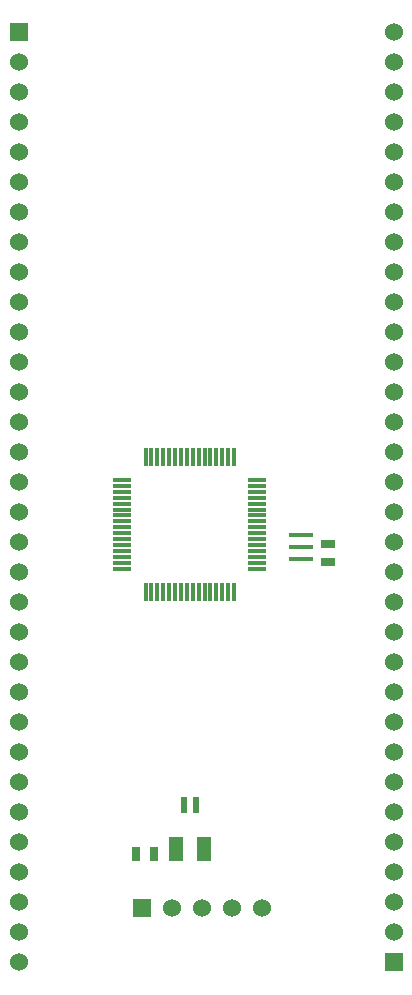
<source format=gts>
G04 (created by PCBNEW (2013-05-31 BZR 4019)-stable) date 7/10/2013 3:54:15 PM*
%MOIN*%
G04 Gerber Fmt 3.4, Leading zero omitted, Abs format*
%FSLAX34Y34*%
G01*
G70*
G90*
G04 APERTURE LIST*
%ADD10C,0.00590551*%
%ADD11R,0.0590551X0.011811*%
%ADD12R,0.011811X0.0590551*%
%ADD13R,0.025X0.045*%
%ADD14R,0.045X0.025*%
%ADD15R,0.06X0.06*%
%ADD16C,0.06*%
%ADD17R,0.023622X0.0531496*%
%ADD18R,0.0472441X0.0787402*%
%ADD19R,0.0787X0.0157*%
G04 APERTURE END LIST*
G54D10*
G54D11*
X24055Y-20973D03*
X24055Y-21170D03*
X24055Y-21367D03*
X24055Y-21564D03*
X24055Y-21761D03*
X24055Y-21957D03*
X24055Y-22154D03*
X24055Y-22351D03*
X24055Y-22548D03*
X24055Y-22745D03*
X24055Y-22942D03*
X24055Y-23138D03*
X24055Y-23335D03*
X24055Y-23532D03*
X24055Y-23729D03*
X24055Y-23926D03*
G54D12*
X24823Y-24694D03*
X25020Y-24694D03*
X25217Y-24694D03*
X25414Y-24694D03*
X25611Y-24694D03*
X25807Y-24694D03*
X26004Y-24694D03*
X26201Y-24694D03*
X26398Y-24694D03*
X26595Y-24694D03*
X26792Y-24694D03*
X26988Y-24694D03*
X27185Y-24694D03*
X27382Y-24694D03*
X27579Y-24694D03*
X27776Y-24694D03*
G54D11*
X28544Y-23926D03*
X28544Y-23729D03*
X28544Y-23532D03*
X28544Y-23335D03*
X28544Y-23138D03*
X28544Y-22942D03*
X28544Y-22745D03*
X28544Y-22548D03*
X28544Y-22351D03*
X28544Y-22154D03*
X28544Y-21957D03*
X28544Y-21761D03*
X28544Y-21564D03*
X28544Y-21367D03*
X28544Y-21170D03*
X28544Y-20973D03*
G54D12*
X27776Y-20205D03*
X27579Y-20205D03*
X27382Y-20205D03*
X27185Y-20205D03*
X26988Y-20205D03*
X26792Y-20205D03*
X26595Y-20205D03*
X26398Y-20205D03*
X26201Y-20205D03*
X26004Y-20205D03*
X25807Y-20205D03*
X25611Y-20205D03*
X25414Y-20205D03*
X25217Y-20205D03*
X25020Y-20205D03*
X24823Y-20205D03*
G54D13*
X25100Y-33450D03*
X24500Y-33450D03*
G54D14*
X30900Y-23700D03*
X30900Y-23100D03*
G54D15*
X24700Y-35250D03*
G54D16*
X25700Y-35250D03*
X26700Y-35250D03*
X27700Y-35250D03*
X28700Y-35250D03*
G54D17*
X26103Y-31801D03*
X26496Y-31801D03*
G54D18*
X26772Y-33258D03*
X25827Y-33258D03*
G54D19*
X30000Y-23594D03*
X30000Y-23200D03*
X30000Y-22806D03*
G54D16*
X20600Y-22050D03*
X20600Y-30050D03*
X20600Y-28050D03*
X20600Y-26050D03*
X20600Y-24050D03*
X20600Y-37050D03*
X20600Y-35050D03*
X20600Y-33050D03*
X20600Y-31050D03*
X20600Y-29050D03*
X20600Y-36050D03*
X20600Y-27050D03*
X20600Y-34050D03*
X20600Y-25050D03*
X20600Y-32050D03*
X20600Y-23050D03*
G54D15*
X20600Y-6050D03*
G54D16*
X20600Y-7050D03*
X20600Y-16050D03*
X20600Y-9050D03*
X20600Y-18050D03*
X20600Y-11050D03*
X20600Y-20050D03*
X20600Y-13050D03*
X20600Y-15050D03*
X20600Y-17050D03*
X20600Y-19050D03*
X20600Y-21050D03*
X20600Y-8050D03*
X20600Y-10050D03*
X20600Y-12050D03*
X20600Y-14050D03*
G54D15*
X33100Y-37050D03*
G54D16*
X33100Y-36050D03*
X33100Y-27050D03*
X33100Y-34050D03*
X33100Y-25050D03*
X33100Y-32050D03*
X33100Y-23050D03*
X33100Y-30050D03*
X33100Y-21050D03*
X33100Y-28050D03*
X33100Y-19050D03*
X33100Y-26050D03*
X33100Y-17050D03*
X33100Y-24050D03*
X33100Y-15050D03*
X33100Y-22050D03*
X33100Y-13050D03*
X33100Y-20050D03*
X33100Y-11050D03*
X33100Y-18050D03*
X33100Y-9050D03*
X33100Y-16050D03*
X33100Y-7050D03*
X33100Y-14050D03*
X33100Y-12050D03*
X33100Y-10050D03*
X33100Y-6050D03*
X33100Y-35050D03*
X33100Y-33050D03*
X33100Y-31050D03*
X33100Y-29050D03*
X33100Y-8050D03*
M02*

</source>
